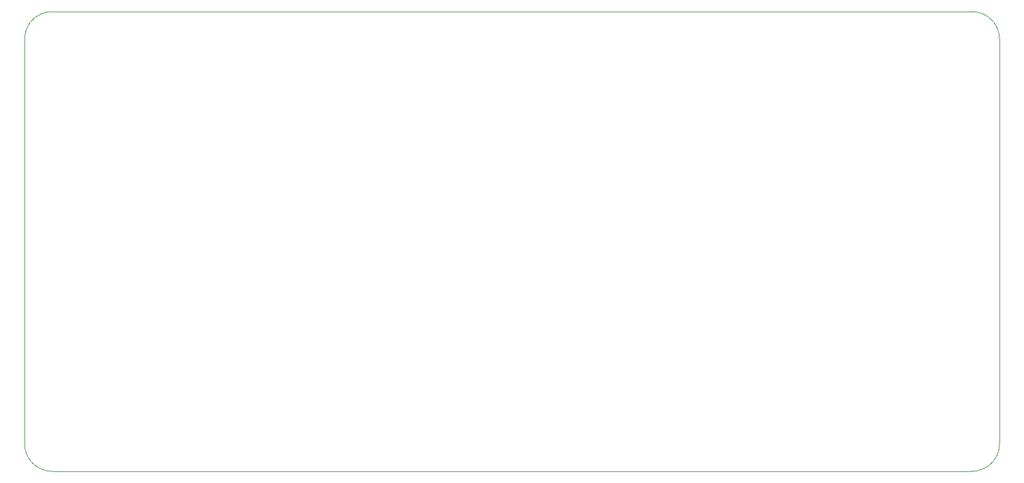
<source format=gm1>
G04 #@! TF.GenerationSoftware,KiCad,Pcbnew,(5.1.9-0-10_14)*
G04 #@! TF.CreationDate,2021-05-11T12:02:21-04:00*
G04 #@! TF.ProjectId,Cryologger ITB - Adafruit,4372796f-6c6f-4676-9765-722049544220,rev?*
G04 #@! TF.SameCoordinates,Original*
G04 #@! TF.FileFunction,Profile,NP*
%FSLAX46Y46*%
G04 Gerber Fmt 4.6, Leading zero omitted, Abs format (unit mm)*
G04 Created by KiCad (PCBNEW (5.1.9-0-10_14)) date 2021-05-11 12:02:21*
%MOMM*%
%LPD*%
G01*
G04 APERTURE LIST*
G04 #@! TA.AperFunction,Profile*
%ADD10C,0.050000*%
G04 #@! TD*
G04 APERTURE END LIST*
D10*
X241300000Y-109220000D02*
G75*
G02*
X237490000Y-113030000I-3810000J0D01*
G01*
X237490000Y-49530000D02*
G75*
G02*
X241300000Y-53340000I0J-3810000D01*
G01*
X106680000Y-53340000D02*
G75*
G02*
X110490000Y-49530000I3810000J0D01*
G01*
X110490000Y-113030000D02*
G75*
G02*
X106680000Y-109220000I0J3810000D01*
G01*
X106680000Y-109220000D02*
X106680000Y-53340000D01*
X237490000Y-113030000D02*
X110490000Y-113030000D01*
X241300000Y-53340000D02*
X241300000Y-109220000D01*
X110490000Y-49530000D02*
X237490000Y-49530000D01*
M02*

</source>
